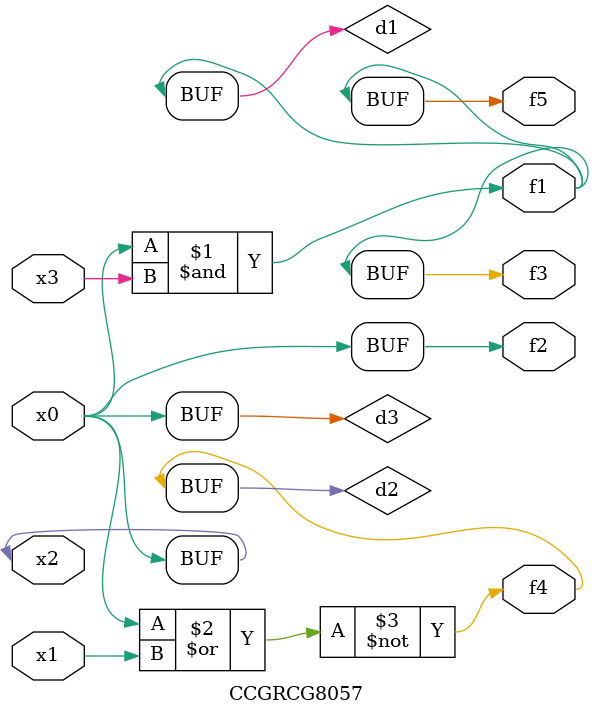
<source format=v>
module CCGRCG8057(
	input x0, x1, x2, x3,
	output f1, f2, f3, f4, f5
);

	wire d1, d2, d3;

	and (d1, x2, x3);
	nor (d2, x0, x1);
	buf (d3, x0, x2);
	assign f1 = d1;
	assign f2 = d3;
	assign f3 = d1;
	assign f4 = d2;
	assign f5 = d1;
endmodule

</source>
